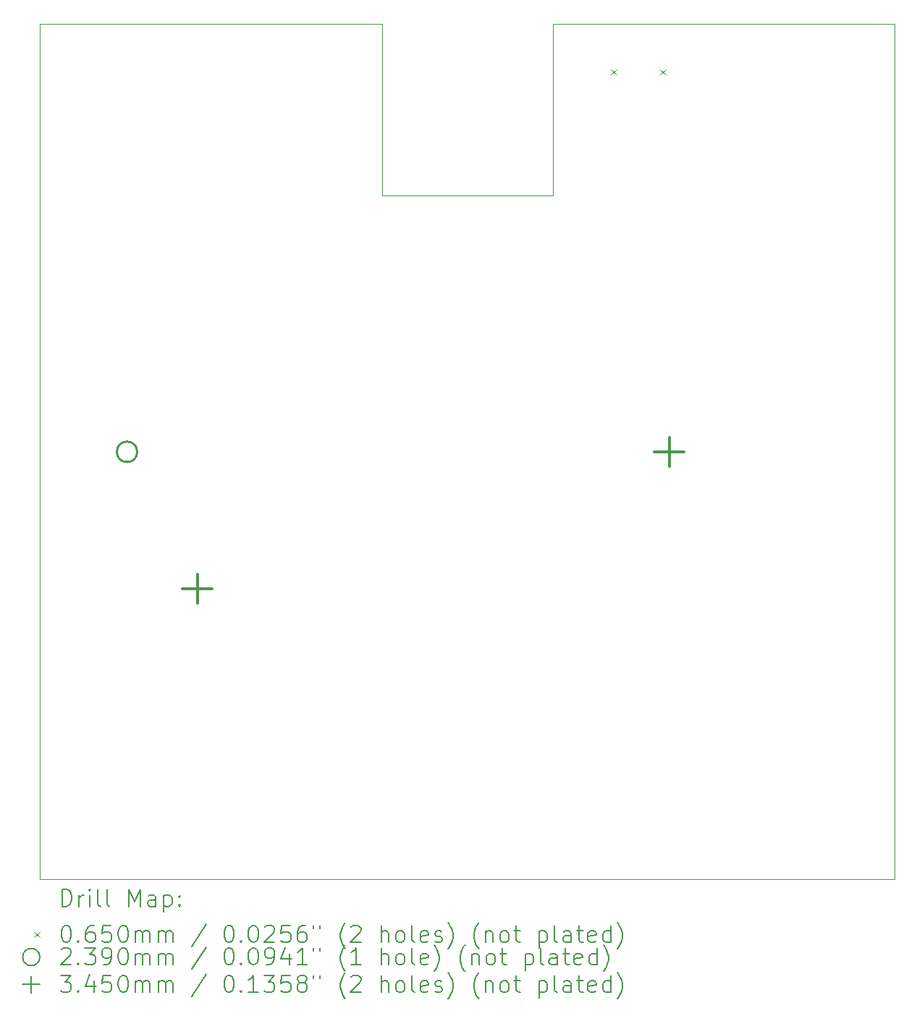
<source format=gbr>
%TF.GenerationSoftware,KiCad,Pcbnew,8.0.4*%
%TF.CreationDate,2025-03-13T03:49:58-05:00*%
%TF.ProjectId,Unify_1,556e6966-795f-4312-9e6b-696361645f70,rev?*%
%TF.SameCoordinates,Original*%
%TF.FileFunction,Drillmap*%
%TF.FilePolarity,Positive*%
%FSLAX45Y45*%
G04 Gerber Fmt 4.5, Leading zero omitted, Abs format (unit mm)*
G04 Created by KiCad (PCBNEW 8.0.4) date 2025-03-13 03:49:58*
%MOMM*%
%LPD*%
G01*
G04 APERTURE LIST*
%ADD10C,0.050000*%
%ADD11C,0.200000*%
%ADD12C,0.100000*%
%ADD13C,0.239000*%
%ADD14C,0.345000*%
G04 APERTURE END LIST*
D10*
X17000000Y-7000000D02*
X19000000Y-7000000D01*
X19000000Y-5000000D01*
X19500000Y-5000000D01*
X23000000Y-5000000D01*
X23000000Y-15000000D01*
X13000000Y-15000000D01*
X13000000Y-5000000D01*
X17000000Y-5000000D01*
X17000000Y-7000000D01*
D11*
D12*
X19678500Y-5528000D02*
X19743500Y-5593000D01*
X19743500Y-5528000D02*
X19678500Y-5593000D01*
X20256500Y-5528000D02*
X20321500Y-5593000D01*
X20321500Y-5528000D02*
X20256500Y-5593000D01*
D13*
X14137500Y-10000000D02*
G75*
G02*
X13898500Y-10000000I-119500J0D01*
G01*
X13898500Y-10000000D02*
G75*
G02*
X14137500Y-10000000I119500J0D01*
G01*
D14*
X14840000Y-11427500D02*
X14840000Y-11772500D01*
X14667500Y-11600000D02*
X15012500Y-11600000D01*
X20360000Y-9827500D02*
X20360000Y-10172500D01*
X20187500Y-10000000D02*
X20532500Y-10000000D01*
D11*
X13258277Y-15313984D02*
X13258277Y-15113984D01*
X13258277Y-15113984D02*
X13305896Y-15113984D01*
X13305896Y-15113984D02*
X13334467Y-15123508D01*
X13334467Y-15123508D02*
X13353515Y-15142555D01*
X13353515Y-15142555D02*
X13363039Y-15161603D01*
X13363039Y-15161603D02*
X13372562Y-15199698D01*
X13372562Y-15199698D02*
X13372562Y-15228269D01*
X13372562Y-15228269D02*
X13363039Y-15266365D01*
X13363039Y-15266365D02*
X13353515Y-15285412D01*
X13353515Y-15285412D02*
X13334467Y-15304460D01*
X13334467Y-15304460D02*
X13305896Y-15313984D01*
X13305896Y-15313984D02*
X13258277Y-15313984D01*
X13458277Y-15313984D02*
X13458277Y-15180650D01*
X13458277Y-15218746D02*
X13467801Y-15199698D01*
X13467801Y-15199698D02*
X13477324Y-15190174D01*
X13477324Y-15190174D02*
X13496372Y-15180650D01*
X13496372Y-15180650D02*
X13515420Y-15180650D01*
X13582086Y-15313984D02*
X13582086Y-15180650D01*
X13582086Y-15113984D02*
X13572562Y-15123508D01*
X13572562Y-15123508D02*
X13582086Y-15133031D01*
X13582086Y-15133031D02*
X13591610Y-15123508D01*
X13591610Y-15123508D02*
X13582086Y-15113984D01*
X13582086Y-15113984D02*
X13582086Y-15133031D01*
X13705896Y-15313984D02*
X13686848Y-15304460D01*
X13686848Y-15304460D02*
X13677324Y-15285412D01*
X13677324Y-15285412D02*
X13677324Y-15113984D01*
X13810658Y-15313984D02*
X13791610Y-15304460D01*
X13791610Y-15304460D02*
X13782086Y-15285412D01*
X13782086Y-15285412D02*
X13782086Y-15113984D01*
X14039229Y-15313984D02*
X14039229Y-15113984D01*
X14039229Y-15113984D02*
X14105896Y-15256841D01*
X14105896Y-15256841D02*
X14172562Y-15113984D01*
X14172562Y-15113984D02*
X14172562Y-15313984D01*
X14353515Y-15313984D02*
X14353515Y-15209222D01*
X14353515Y-15209222D02*
X14343991Y-15190174D01*
X14343991Y-15190174D02*
X14324943Y-15180650D01*
X14324943Y-15180650D02*
X14286848Y-15180650D01*
X14286848Y-15180650D02*
X14267801Y-15190174D01*
X14353515Y-15304460D02*
X14334467Y-15313984D01*
X14334467Y-15313984D02*
X14286848Y-15313984D01*
X14286848Y-15313984D02*
X14267801Y-15304460D01*
X14267801Y-15304460D02*
X14258277Y-15285412D01*
X14258277Y-15285412D02*
X14258277Y-15266365D01*
X14258277Y-15266365D02*
X14267801Y-15247317D01*
X14267801Y-15247317D02*
X14286848Y-15237793D01*
X14286848Y-15237793D02*
X14334467Y-15237793D01*
X14334467Y-15237793D02*
X14353515Y-15228269D01*
X14448753Y-15180650D02*
X14448753Y-15380650D01*
X14448753Y-15190174D02*
X14467801Y-15180650D01*
X14467801Y-15180650D02*
X14505896Y-15180650D01*
X14505896Y-15180650D02*
X14524943Y-15190174D01*
X14524943Y-15190174D02*
X14534467Y-15199698D01*
X14534467Y-15199698D02*
X14543991Y-15218746D01*
X14543991Y-15218746D02*
X14543991Y-15275888D01*
X14543991Y-15275888D02*
X14534467Y-15294936D01*
X14534467Y-15294936D02*
X14524943Y-15304460D01*
X14524943Y-15304460D02*
X14505896Y-15313984D01*
X14505896Y-15313984D02*
X14467801Y-15313984D01*
X14467801Y-15313984D02*
X14448753Y-15304460D01*
X14629705Y-15294936D02*
X14639229Y-15304460D01*
X14639229Y-15304460D02*
X14629705Y-15313984D01*
X14629705Y-15313984D02*
X14620182Y-15304460D01*
X14620182Y-15304460D02*
X14629705Y-15294936D01*
X14629705Y-15294936D02*
X14629705Y-15313984D01*
X14629705Y-15190174D02*
X14639229Y-15199698D01*
X14639229Y-15199698D02*
X14629705Y-15209222D01*
X14629705Y-15209222D02*
X14620182Y-15199698D01*
X14620182Y-15199698D02*
X14629705Y-15190174D01*
X14629705Y-15190174D02*
X14629705Y-15209222D01*
D12*
X12932500Y-15610000D02*
X12997500Y-15675000D01*
X12997500Y-15610000D02*
X12932500Y-15675000D01*
D11*
X13296372Y-15533984D02*
X13315420Y-15533984D01*
X13315420Y-15533984D02*
X13334467Y-15543508D01*
X13334467Y-15543508D02*
X13343991Y-15553031D01*
X13343991Y-15553031D02*
X13353515Y-15572079D01*
X13353515Y-15572079D02*
X13363039Y-15610174D01*
X13363039Y-15610174D02*
X13363039Y-15657793D01*
X13363039Y-15657793D02*
X13353515Y-15695888D01*
X13353515Y-15695888D02*
X13343991Y-15714936D01*
X13343991Y-15714936D02*
X13334467Y-15724460D01*
X13334467Y-15724460D02*
X13315420Y-15733984D01*
X13315420Y-15733984D02*
X13296372Y-15733984D01*
X13296372Y-15733984D02*
X13277324Y-15724460D01*
X13277324Y-15724460D02*
X13267801Y-15714936D01*
X13267801Y-15714936D02*
X13258277Y-15695888D01*
X13258277Y-15695888D02*
X13248753Y-15657793D01*
X13248753Y-15657793D02*
X13248753Y-15610174D01*
X13248753Y-15610174D02*
X13258277Y-15572079D01*
X13258277Y-15572079D02*
X13267801Y-15553031D01*
X13267801Y-15553031D02*
X13277324Y-15543508D01*
X13277324Y-15543508D02*
X13296372Y-15533984D01*
X13448753Y-15714936D02*
X13458277Y-15724460D01*
X13458277Y-15724460D02*
X13448753Y-15733984D01*
X13448753Y-15733984D02*
X13439229Y-15724460D01*
X13439229Y-15724460D02*
X13448753Y-15714936D01*
X13448753Y-15714936D02*
X13448753Y-15733984D01*
X13629705Y-15533984D02*
X13591610Y-15533984D01*
X13591610Y-15533984D02*
X13572562Y-15543508D01*
X13572562Y-15543508D02*
X13563039Y-15553031D01*
X13563039Y-15553031D02*
X13543991Y-15581603D01*
X13543991Y-15581603D02*
X13534467Y-15619698D01*
X13534467Y-15619698D02*
X13534467Y-15695888D01*
X13534467Y-15695888D02*
X13543991Y-15714936D01*
X13543991Y-15714936D02*
X13553515Y-15724460D01*
X13553515Y-15724460D02*
X13572562Y-15733984D01*
X13572562Y-15733984D02*
X13610658Y-15733984D01*
X13610658Y-15733984D02*
X13629705Y-15724460D01*
X13629705Y-15724460D02*
X13639229Y-15714936D01*
X13639229Y-15714936D02*
X13648753Y-15695888D01*
X13648753Y-15695888D02*
X13648753Y-15648269D01*
X13648753Y-15648269D02*
X13639229Y-15629222D01*
X13639229Y-15629222D02*
X13629705Y-15619698D01*
X13629705Y-15619698D02*
X13610658Y-15610174D01*
X13610658Y-15610174D02*
X13572562Y-15610174D01*
X13572562Y-15610174D02*
X13553515Y-15619698D01*
X13553515Y-15619698D02*
X13543991Y-15629222D01*
X13543991Y-15629222D02*
X13534467Y-15648269D01*
X13829705Y-15533984D02*
X13734467Y-15533984D01*
X13734467Y-15533984D02*
X13724943Y-15629222D01*
X13724943Y-15629222D02*
X13734467Y-15619698D01*
X13734467Y-15619698D02*
X13753515Y-15610174D01*
X13753515Y-15610174D02*
X13801134Y-15610174D01*
X13801134Y-15610174D02*
X13820182Y-15619698D01*
X13820182Y-15619698D02*
X13829705Y-15629222D01*
X13829705Y-15629222D02*
X13839229Y-15648269D01*
X13839229Y-15648269D02*
X13839229Y-15695888D01*
X13839229Y-15695888D02*
X13829705Y-15714936D01*
X13829705Y-15714936D02*
X13820182Y-15724460D01*
X13820182Y-15724460D02*
X13801134Y-15733984D01*
X13801134Y-15733984D02*
X13753515Y-15733984D01*
X13753515Y-15733984D02*
X13734467Y-15724460D01*
X13734467Y-15724460D02*
X13724943Y-15714936D01*
X13963039Y-15533984D02*
X13982086Y-15533984D01*
X13982086Y-15533984D02*
X14001134Y-15543508D01*
X14001134Y-15543508D02*
X14010658Y-15553031D01*
X14010658Y-15553031D02*
X14020182Y-15572079D01*
X14020182Y-15572079D02*
X14029705Y-15610174D01*
X14029705Y-15610174D02*
X14029705Y-15657793D01*
X14029705Y-15657793D02*
X14020182Y-15695888D01*
X14020182Y-15695888D02*
X14010658Y-15714936D01*
X14010658Y-15714936D02*
X14001134Y-15724460D01*
X14001134Y-15724460D02*
X13982086Y-15733984D01*
X13982086Y-15733984D02*
X13963039Y-15733984D01*
X13963039Y-15733984D02*
X13943991Y-15724460D01*
X13943991Y-15724460D02*
X13934467Y-15714936D01*
X13934467Y-15714936D02*
X13924943Y-15695888D01*
X13924943Y-15695888D02*
X13915420Y-15657793D01*
X13915420Y-15657793D02*
X13915420Y-15610174D01*
X13915420Y-15610174D02*
X13924943Y-15572079D01*
X13924943Y-15572079D02*
X13934467Y-15553031D01*
X13934467Y-15553031D02*
X13943991Y-15543508D01*
X13943991Y-15543508D02*
X13963039Y-15533984D01*
X14115420Y-15733984D02*
X14115420Y-15600650D01*
X14115420Y-15619698D02*
X14124943Y-15610174D01*
X14124943Y-15610174D02*
X14143991Y-15600650D01*
X14143991Y-15600650D02*
X14172563Y-15600650D01*
X14172563Y-15600650D02*
X14191610Y-15610174D01*
X14191610Y-15610174D02*
X14201134Y-15629222D01*
X14201134Y-15629222D02*
X14201134Y-15733984D01*
X14201134Y-15629222D02*
X14210658Y-15610174D01*
X14210658Y-15610174D02*
X14229705Y-15600650D01*
X14229705Y-15600650D02*
X14258277Y-15600650D01*
X14258277Y-15600650D02*
X14277324Y-15610174D01*
X14277324Y-15610174D02*
X14286848Y-15629222D01*
X14286848Y-15629222D02*
X14286848Y-15733984D01*
X14382086Y-15733984D02*
X14382086Y-15600650D01*
X14382086Y-15619698D02*
X14391610Y-15610174D01*
X14391610Y-15610174D02*
X14410658Y-15600650D01*
X14410658Y-15600650D02*
X14439229Y-15600650D01*
X14439229Y-15600650D02*
X14458277Y-15610174D01*
X14458277Y-15610174D02*
X14467801Y-15629222D01*
X14467801Y-15629222D02*
X14467801Y-15733984D01*
X14467801Y-15629222D02*
X14477324Y-15610174D01*
X14477324Y-15610174D02*
X14496372Y-15600650D01*
X14496372Y-15600650D02*
X14524943Y-15600650D01*
X14524943Y-15600650D02*
X14543991Y-15610174D01*
X14543991Y-15610174D02*
X14553515Y-15629222D01*
X14553515Y-15629222D02*
X14553515Y-15733984D01*
X14943991Y-15524460D02*
X14772563Y-15781603D01*
X15201134Y-15533984D02*
X15220182Y-15533984D01*
X15220182Y-15533984D02*
X15239229Y-15543508D01*
X15239229Y-15543508D02*
X15248753Y-15553031D01*
X15248753Y-15553031D02*
X15258277Y-15572079D01*
X15258277Y-15572079D02*
X15267801Y-15610174D01*
X15267801Y-15610174D02*
X15267801Y-15657793D01*
X15267801Y-15657793D02*
X15258277Y-15695888D01*
X15258277Y-15695888D02*
X15248753Y-15714936D01*
X15248753Y-15714936D02*
X15239229Y-15724460D01*
X15239229Y-15724460D02*
X15220182Y-15733984D01*
X15220182Y-15733984D02*
X15201134Y-15733984D01*
X15201134Y-15733984D02*
X15182086Y-15724460D01*
X15182086Y-15724460D02*
X15172563Y-15714936D01*
X15172563Y-15714936D02*
X15163039Y-15695888D01*
X15163039Y-15695888D02*
X15153515Y-15657793D01*
X15153515Y-15657793D02*
X15153515Y-15610174D01*
X15153515Y-15610174D02*
X15163039Y-15572079D01*
X15163039Y-15572079D02*
X15172563Y-15553031D01*
X15172563Y-15553031D02*
X15182086Y-15543508D01*
X15182086Y-15543508D02*
X15201134Y-15533984D01*
X15353515Y-15714936D02*
X15363039Y-15724460D01*
X15363039Y-15724460D02*
X15353515Y-15733984D01*
X15353515Y-15733984D02*
X15343991Y-15724460D01*
X15343991Y-15724460D02*
X15353515Y-15714936D01*
X15353515Y-15714936D02*
X15353515Y-15733984D01*
X15486848Y-15533984D02*
X15505896Y-15533984D01*
X15505896Y-15533984D02*
X15524944Y-15543508D01*
X15524944Y-15543508D02*
X15534467Y-15553031D01*
X15534467Y-15553031D02*
X15543991Y-15572079D01*
X15543991Y-15572079D02*
X15553515Y-15610174D01*
X15553515Y-15610174D02*
X15553515Y-15657793D01*
X15553515Y-15657793D02*
X15543991Y-15695888D01*
X15543991Y-15695888D02*
X15534467Y-15714936D01*
X15534467Y-15714936D02*
X15524944Y-15724460D01*
X15524944Y-15724460D02*
X15505896Y-15733984D01*
X15505896Y-15733984D02*
X15486848Y-15733984D01*
X15486848Y-15733984D02*
X15467801Y-15724460D01*
X15467801Y-15724460D02*
X15458277Y-15714936D01*
X15458277Y-15714936D02*
X15448753Y-15695888D01*
X15448753Y-15695888D02*
X15439229Y-15657793D01*
X15439229Y-15657793D02*
X15439229Y-15610174D01*
X15439229Y-15610174D02*
X15448753Y-15572079D01*
X15448753Y-15572079D02*
X15458277Y-15553031D01*
X15458277Y-15553031D02*
X15467801Y-15543508D01*
X15467801Y-15543508D02*
X15486848Y-15533984D01*
X15629706Y-15553031D02*
X15639229Y-15543508D01*
X15639229Y-15543508D02*
X15658277Y-15533984D01*
X15658277Y-15533984D02*
X15705896Y-15533984D01*
X15705896Y-15533984D02*
X15724944Y-15543508D01*
X15724944Y-15543508D02*
X15734467Y-15553031D01*
X15734467Y-15553031D02*
X15743991Y-15572079D01*
X15743991Y-15572079D02*
X15743991Y-15591127D01*
X15743991Y-15591127D02*
X15734467Y-15619698D01*
X15734467Y-15619698D02*
X15620182Y-15733984D01*
X15620182Y-15733984D02*
X15743991Y-15733984D01*
X15924944Y-15533984D02*
X15829706Y-15533984D01*
X15829706Y-15533984D02*
X15820182Y-15629222D01*
X15820182Y-15629222D02*
X15829706Y-15619698D01*
X15829706Y-15619698D02*
X15848753Y-15610174D01*
X15848753Y-15610174D02*
X15896372Y-15610174D01*
X15896372Y-15610174D02*
X15915420Y-15619698D01*
X15915420Y-15619698D02*
X15924944Y-15629222D01*
X15924944Y-15629222D02*
X15934467Y-15648269D01*
X15934467Y-15648269D02*
X15934467Y-15695888D01*
X15934467Y-15695888D02*
X15924944Y-15714936D01*
X15924944Y-15714936D02*
X15915420Y-15724460D01*
X15915420Y-15724460D02*
X15896372Y-15733984D01*
X15896372Y-15733984D02*
X15848753Y-15733984D01*
X15848753Y-15733984D02*
X15829706Y-15724460D01*
X15829706Y-15724460D02*
X15820182Y-15714936D01*
X16105896Y-15533984D02*
X16067801Y-15533984D01*
X16067801Y-15533984D02*
X16048753Y-15543508D01*
X16048753Y-15543508D02*
X16039229Y-15553031D01*
X16039229Y-15553031D02*
X16020182Y-15581603D01*
X16020182Y-15581603D02*
X16010658Y-15619698D01*
X16010658Y-15619698D02*
X16010658Y-15695888D01*
X16010658Y-15695888D02*
X16020182Y-15714936D01*
X16020182Y-15714936D02*
X16029706Y-15724460D01*
X16029706Y-15724460D02*
X16048753Y-15733984D01*
X16048753Y-15733984D02*
X16086848Y-15733984D01*
X16086848Y-15733984D02*
X16105896Y-15724460D01*
X16105896Y-15724460D02*
X16115420Y-15714936D01*
X16115420Y-15714936D02*
X16124944Y-15695888D01*
X16124944Y-15695888D02*
X16124944Y-15648269D01*
X16124944Y-15648269D02*
X16115420Y-15629222D01*
X16115420Y-15629222D02*
X16105896Y-15619698D01*
X16105896Y-15619698D02*
X16086848Y-15610174D01*
X16086848Y-15610174D02*
X16048753Y-15610174D01*
X16048753Y-15610174D02*
X16029706Y-15619698D01*
X16029706Y-15619698D02*
X16020182Y-15629222D01*
X16020182Y-15629222D02*
X16010658Y-15648269D01*
X16201134Y-15533984D02*
X16201134Y-15572079D01*
X16277325Y-15533984D02*
X16277325Y-15572079D01*
X16572563Y-15810174D02*
X16563039Y-15800650D01*
X16563039Y-15800650D02*
X16543991Y-15772079D01*
X16543991Y-15772079D02*
X16534468Y-15753031D01*
X16534468Y-15753031D02*
X16524944Y-15724460D01*
X16524944Y-15724460D02*
X16515420Y-15676841D01*
X16515420Y-15676841D02*
X16515420Y-15638746D01*
X16515420Y-15638746D02*
X16524944Y-15591127D01*
X16524944Y-15591127D02*
X16534468Y-15562555D01*
X16534468Y-15562555D02*
X16543991Y-15543508D01*
X16543991Y-15543508D02*
X16563039Y-15514936D01*
X16563039Y-15514936D02*
X16572563Y-15505412D01*
X16639229Y-15553031D02*
X16648753Y-15543508D01*
X16648753Y-15543508D02*
X16667801Y-15533984D01*
X16667801Y-15533984D02*
X16715420Y-15533984D01*
X16715420Y-15533984D02*
X16734468Y-15543508D01*
X16734468Y-15543508D02*
X16743991Y-15553031D01*
X16743991Y-15553031D02*
X16753515Y-15572079D01*
X16753515Y-15572079D02*
X16753515Y-15591127D01*
X16753515Y-15591127D02*
X16743991Y-15619698D01*
X16743991Y-15619698D02*
X16629706Y-15733984D01*
X16629706Y-15733984D02*
X16753515Y-15733984D01*
X16991611Y-15733984D02*
X16991611Y-15533984D01*
X17077325Y-15733984D02*
X17077325Y-15629222D01*
X17077325Y-15629222D02*
X17067801Y-15610174D01*
X17067801Y-15610174D02*
X17048753Y-15600650D01*
X17048753Y-15600650D02*
X17020182Y-15600650D01*
X17020182Y-15600650D02*
X17001134Y-15610174D01*
X17001134Y-15610174D02*
X16991611Y-15619698D01*
X17201134Y-15733984D02*
X17182087Y-15724460D01*
X17182087Y-15724460D02*
X17172563Y-15714936D01*
X17172563Y-15714936D02*
X17163039Y-15695888D01*
X17163039Y-15695888D02*
X17163039Y-15638746D01*
X17163039Y-15638746D02*
X17172563Y-15619698D01*
X17172563Y-15619698D02*
X17182087Y-15610174D01*
X17182087Y-15610174D02*
X17201134Y-15600650D01*
X17201134Y-15600650D02*
X17229706Y-15600650D01*
X17229706Y-15600650D02*
X17248753Y-15610174D01*
X17248753Y-15610174D02*
X17258277Y-15619698D01*
X17258277Y-15619698D02*
X17267801Y-15638746D01*
X17267801Y-15638746D02*
X17267801Y-15695888D01*
X17267801Y-15695888D02*
X17258277Y-15714936D01*
X17258277Y-15714936D02*
X17248753Y-15724460D01*
X17248753Y-15724460D02*
X17229706Y-15733984D01*
X17229706Y-15733984D02*
X17201134Y-15733984D01*
X17382087Y-15733984D02*
X17363039Y-15724460D01*
X17363039Y-15724460D02*
X17353515Y-15705412D01*
X17353515Y-15705412D02*
X17353515Y-15533984D01*
X17534468Y-15724460D02*
X17515420Y-15733984D01*
X17515420Y-15733984D02*
X17477325Y-15733984D01*
X17477325Y-15733984D02*
X17458277Y-15724460D01*
X17458277Y-15724460D02*
X17448753Y-15705412D01*
X17448753Y-15705412D02*
X17448753Y-15629222D01*
X17448753Y-15629222D02*
X17458277Y-15610174D01*
X17458277Y-15610174D02*
X17477325Y-15600650D01*
X17477325Y-15600650D02*
X17515420Y-15600650D01*
X17515420Y-15600650D02*
X17534468Y-15610174D01*
X17534468Y-15610174D02*
X17543992Y-15629222D01*
X17543992Y-15629222D02*
X17543992Y-15648269D01*
X17543992Y-15648269D02*
X17448753Y-15667317D01*
X17620182Y-15724460D02*
X17639230Y-15733984D01*
X17639230Y-15733984D02*
X17677325Y-15733984D01*
X17677325Y-15733984D02*
X17696373Y-15724460D01*
X17696373Y-15724460D02*
X17705896Y-15705412D01*
X17705896Y-15705412D02*
X17705896Y-15695888D01*
X17705896Y-15695888D02*
X17696373Y-15676841D01*
X17696373Y-15676841D02*
X17677325Y-15667317D01*
X17677325Y-15667317D02*
X17648753Y-15667317D01*
X17648753Y-15667317D02*
X17629706Y-15657793D01*
X17629706Y-15657793D02*
X17620182Y-15638746D01*
X17620182Y-15638746D02*
X17620182Y-15629222D01*
X17620182Y-15629222D02*
X17629706Y-15610174D01*
X17629706Y-15610174D02*
X17648753Y-15600650D01*
X17648753Y-15600650D02*
X17677325Y-15600650D01*
X17677325Y-15600650D02*
X17696373Y-15610174D01*
X17772563Y-15810174D02*
X17782087Y-15800650D01*
X17782087Y-15800650D02*
X17801134Y-15772079D01*
X17801134Y-15772079D02*
X17810658Y-15753031D01*
X17810658Y-15753031D02*
X17820182Y-15724460D01*
X17820182Y-15724460D02*
X17829706Y-15676841D01*
X17829706Y-15676841D02*
X17829706Y-15638746D01*
X17829706Y-15638746D02*
X17820182Y-15591127D01*
X17820182Y-15591127D02*
X17810658Y-15562555D01*
X17810658Y-15562555D02*
X17801134Y-15543508D01*
X17801134Y-15543508D02*
X17782087Y-15514936D01*
X17782087Y-15514936D02*
X17772563Y-15505412D01*
X18134468Y-15810174D02*
X18124944Y-15800650D01*
X18124944Y-15800650D02*
X18105896Y-15772079D01*
X18105896Y-15772079D02*
X18096373Y-15753031D01*
X18096373Y-15753031D02*
X18086849Y-15724460D01*
X18086849Y-15724460D02*
X18077325Y-15676841D01*
X18077325Y-15676841D02*
X18077325Y-15638746D01*
X18077325Y-15638746D02*
X18086849Y-15591127D01*
X18086849Y-15591127D02*
X18096373Y-15562555D01*
X18096373Y-15562555D02*
X18105896Y-15543508D01*
X18105896Y-15543508D02*
X18124944Y-15514936D01*
X18124944Y-15514936D02*
X18134468Y-15505412D01*
X18210658Y-15600650D02*
X18210658Y-15733984D01*
X18210658Y-15619698D02*
X18220182Y-15610174D01*
X18220182Y-15610174D02*
X18239230Y-15600650D01*
X18239230Y-15600650D02*
X18267801Y-15600650D01*
X18267801Y-15600650D02*
X18286849Y-15610174D01*
X18286849Y-15610174D02*
X18296373Y-15629222D01*
X18296373Y-15629222D02*
X18296373Y-15733984D01*
X18420182Y-15733984D02*
X18401134Y-15724460D01*
X18401134Y-15724460D02*
X18391611Y-15714936D01*
X18391611Y-15714936D02*
X18382087Y-15695888D01*
X18382087Y-15695888D02*
X18382087Y-15638746D01*
X18382087Y-15638746D02*
X18391611Y-15619698D01*
X18391611Y-15619698D02*
X18401134Y-15610174D01*
X18401134Y-15610174D02*
X18420182Y-15600650D01*
X18420182Y-15600650D02*
X18448754Y-15600650D01*
X18448754Y-15600650D02*
X18467801Y-15610174D01*
X18467801Y-15610174D02*
X18477325Y-15619698D01*
X18477325Y-15619698D02*
X18486849Y-15638746D01*
X18486849Y-15638746D02*
X18486849Y-15695888D01*
X18486849Y-15695888D02*
X18477325Y-15714936D01*
X18477325Y-15714936D02*
X18467801Y-15724460D01*
X18467801Y-15724460D02*
X18448754Y-15733984D01*
X18448754Y-15733984D02*
X18420182Y-15733984D01*
X18543992Y-15600650D02*
X18620182Y-15600650D01*
X18572563Y-15533984D02*
X18572563Y-15705412D01*
X18572563Y-15705412D02*
X18582087Y-15724460D01*
X18582087Y-15724460D02*
X18601134Y-15733984D01*
X18601134Y-15733984D02*
X18620182Y-15733984D01*
X18839230Y-15600650D02*
X18839230Y-15800650D01*
X18839230Y-15610174D02*
X18858277Y-15600650D01*
X18858277Y-15600650D02*
X18896373Y-15600650D01*
X18896373Y-15600650D02*
X18915420Y-15610174D01*
X18915420Y-15610174D02*
X18924944Y-15619698D01*
X18924944Y-15619698D02*
X18934468Y-15638746D01*
X18934468Y-15638746D02*
X18934468Y-15695888D01*
X18934468Y-15695888D02*
X18924944Y-15714936D01*
X18924944Y-15714936D02*
X18915420Y-15724460D01*
X18915420Y-15724460D02*
X18896373Y-15733984D01*
X18896373Y-15733984D02*
X18858277Y-15733984D01*
X18858277Y-15733984D02*
X18839230Y-15724460D01*
X19048754Y-15733984D02*
X19029706Y-15724460D01*
X19029706Y-15724460D02*
X19020182Y-15705412D01*
X19020182Y-15705412D02*
X19020182Y-15533984D01*
X19210658Y-15733984D02*
X19210658Y-15629222D01*
X19210658Y-15629222D02*
X19201135Y-15610174D01*
X19201135Y-15610174D02*
X19182087Y-15600650D01*
X19182087Y-15600650D02*
X19143992Y-15600650D01*
X19143992Y-15600650D02*
X19124944Y-15610174D01*
X19210658Y-15724460D02*
X19191611Y-15733984D01*
X19191611Y-15733984D02*
X19143992Y-15733984D01*
X19143992Y-15733984D02*
X19124944Y-15724460D01*
X19124944Y-15724460D02*
X19115420Y-15705412D01*
X19115420Y-15705412D02*
X19115420Y-15686365D01*
X19115420Y-15686365D02*
X19124944Y-15667317D01*
X19124944Y-15667317D02*
X19143992Y-15657793D01*
X19143992Y-15657793D02*
X19191611Y-15657793D01*
X19191611Y-15657793D02*
X19210658Y-15648269D01*
X19277325Y-15600650D02*
X19353515Y-15600650D01*
X19305896Y-15533984D02*
X19305896Y-15705412D01*
X19305896Y-15705412D02*
X19315420Y-15724460D01*
X19315420Y-15724460D02*
X19334468Y-15733984D01*
X19334468Y-15733984D02*
X19353515Y-15733984D01*
X19496373Y-15724460D02*
X19477325Y-15733984D01*
X19477325Y-15733984D02*
X19439230Y-15733984D01*
X19439230Y-15733984D02*
X19420182Y-15724460D01*
X19420182Y-15724460D02*
X19410658Y-15705412D01*
X19410658Y-15705412D02*
X19410658Y-15629222D01*
X19410658Y-15629222D02*
X19420182Y-15610174D01*
X19420182Y-15610174D02*
X19439230Y-15600650D01*
X19439230Y-15600650D02*
X19477325Y-15600650D01*
X19477325Y-15600650D02*
X19496373Y-15610174D01*
X19496373Y-15610174D02*
X19505896Y-15629222D01*
X19505896Y-15629222D02*
X19505896Y-15648269D01*
X19505896Y-15648269D02*
X19410658Y-15667317D01*
X19677325Y-15733984D02*
X19677325Y-15533984D01*
X19677325Y-15724460D02*
X19658277Y-15733984D01*
X19658277Y-15733984D02*
X19620182Y-15733984D01*
X19620182Y-15733984D02*
X19601135Y-15724460D01*
X19601135Y-15724460D02*
X19591611Y-15714936D01*
X19591611Y-15714936D02*
X19582087Y-15695888D01*
X19582087Y-15695888D02*
X19582087Y-15638746D01*
X19582087Y-15638746D02*
X19591611Y-15619698D01*
X19591611Y-15619698D02*
X19601135Y-15610174D01*
X19601135Y-15610174D02*
X19620182Y-15600650D01*
X19620182Y-15600650D02*
X19658277Y-15600650D01*
X19658277Y-15600650D02*
X19677325Y-15610174D01*
X19753516Y-15810174D02*
X19763039Y-15800650D01*
X19763039Y-15800650D02*
X19782087Y-15772079D01*
X19782087Y-15772079D02*
X19791611Y-15753031D01*
X19791611Y-15753031D02*
X19801135Y-15724460D01*
X19801135Y-15724460D02*
X19810658Y-15676841D01*
X19810658Y-15676841D02*
X19810658Y-15638746D01*
X19810658Y-15638746D02*
X19801135Y-15591127D01*
X19801135Y-15591127D02*
X19791611Y-15562555D01*
X19791611Y-15562555D02*
X19782087Y-15543508D01*
X19782087Y-15543508D02*
X19763039Y-15514936D01*
X19763039Y-15514936D02*
X19753516Y-15505412D01*
X12997500Y-15906500D02*
G75*
G02*
X12797500Y-15906500I-100000J0D01*
G01*
X12797500Y-15906500D02*
G75*
G02*
X12997500Y-15906500I100000J0D01*
G01*
X13248753Y-15817031D02*
X13258277Y-15807508D01*
X13258277Y-15807508D02*
X13277324Y-15797984D01*
X13277324Y-15797984D02*
X13324943Y-15797984D01*
X13324943Y-15797984D02*
X13343991Y-15807508D01*
X13343991Y-15807508D02*
X13353515Y-15817031D01*
X13353515Y-15817031D02*
X13363039Y-15836079D01*
X13363039Y-15836079D02*
X13363039Y-15855127D01*
X13363039Y-15855127D02*
X13353515Y-15883698D01*
X13353515Y-15883698D02*
X13239229Y-15997984D01*
X13239229Y-15997984D02*
X13363039Y-15997984D01*
X13448753Y-15978936D02*
X13458277Y-15988460D01*
X13458277Y-15988460D02*
X13448753Y-15997984D01*
X13448753Y-15997984D02*
X13439229Y-15988460D01*
X13439229Y-15988460D02*
X13448753Y-15978936D01*
X13448753Y-15978936D02*
X13448753Y-15997984D01*
X13524943Y-15797984D02*
X13648753Y-15797984D01*
X13648753Y-15797984D02*
X13582086Y-15874174D01*
X13582086Y-15874174D02*
X13610658Y-15874174D01*
X13610658Y-15874174D02*
X13629705Y-15883698D01*
X13629705Y-15883698D02*
X13639229Y-15893222D01*
X13639229Y-15893222D02*
X13648753Y-15912269D01*
X13648753Y-15912269D02*
X13648753Y-15959888D01*
X13648753Y-15959888D02*
X13639229Y-15978936D01*
X13639229Y-15978936D02*
X13629705Y-15988460D01*
X13629705Y-15988460D02*
X13610658Y-15997984D01*
X13610658Y-15997984D02*
X13553515Y-15997984D01*
X13553515Y-15997984D02*
X13534467Y-15988460D01*
X13534467Y-15988460D02*
X13524943Y-15978936D01*
X13743991Y-15997984D02*
X13782086Y-15997984D01*
X13782086Y-15997984D02*
X13801134Y-15988460D01*
X13801134Y-15988460D02*
X13810658Y-15978936D01*
X13810658Y-15978936D02*
X13829705Y-15950365D01*
X13829705Y-15950365D02*
X13839229Y-15912269D01*
X13839229Y-15912269D02*
X13839229Y-15836079D01*
X13839229Y-15836079D02*
X13829705Y-15817031D01*
X13829705Y-15817031D02*
X13820182Y-15807508D01*
X13820182Y-15807508D02*
X13801134Y-15797984D01*
X13801134Y-15797984D02*
X13763039Y-15797984D01*
X13763039Y-15797984D02*
X13743991Y-15807508D01*
X13743991Y-15807508D02*
X13734467Y-15817031D01*
X13734467Y-15817031D02*
X13724943Y-15836079D01*
X13724943Y-15836079D02*
X13724943Y-15883698D01*
X13724943Y-15883698D02*
X13734467Y-15902746D01*
X13734467Y-15902746D02*
X13743991Y-15912269D01*
X13743991Y-15912269D02*
X13763039Y-15921793D01*
X13763039Y-15921793D02*
X13801134Y-15921793D01*
X13801134Y-15921793D02*
X13820182Y-15912269D01*
X13820182Y-15912269D02*
X13829705Y-15902746D01*
X13829705Y-15902746D02*
X13839229Y-15883698D01*
X13963039Y-15797984D02*
X13982086Y-15797984D01*
X13982086Y-15797984D02*
X14001134Y-15807508D01*
X14001134Y-15807508D02*
X14010658Y-15817031D01*
X14010658Y-15817031D02*
X14020182Y-15836079D01*
X14020182Y-15836079D02*
X14029705Y-15874174D01*
X14029705Y-15874174D02*
X14029705Y-15921793D01*
X14029705Y-15921793D02*
X14020182Y-15959888D01*
X14020182Y-15959888D02*
X14010658Y-15978936D01*
X14010658Y-15978936D02*
X14001134Y-15988460D01*
X14001134Y-15988460D02*
X13982086Y-15997984D01*
X13982086Y-15997984D02*
X13963039Y-15997984D01*
X13963039Y-15997984D02*
X13943991Y-15988460D01*
X13943991Y-15988460D02*
X13934467Y-15978936D01*
X13934467Y-15978936D02*
X13924943Y-15959888D01*
X13924943Y-15959888D02*
X13915420Y-15921793D01*
X13915420Y-15921793D02*
X13915420Y-15874174D01*
X13915420Y-15874174D02*
X13924943Y-15836079D01*
X13924943Y-15836079D02*
X13934467Y-15817031D01*
X13934467Y-15817031D02*
X13943991Y-15807508D01*
X13943991Y-15807508D02*
X13963039Y-15797984D01*
X14115420Y-15997984D02*
X14115420Y-15864650D01*
X14115420Y-15883698D02*
X14124943Y-15874174D01*
X14124943Y-15874174D02*
X14143991Y-15864650D01*
X14143991Y-15864650D02*
X14172563Y-15864650D01*
X14172563Y-15864650D02*
X14191610Y-15874174D01*
X14191610Y-15874174D02*
X14201134Y-15893222D01*
X14201134Y-15893222D02*
X14201134Y-15997984D01*
X14201134Y-15893222D02*
X14210658Y-15874174D01*
X14210658Y-15874174D02*
X14229705Y-15864650D01*
X14229705Y-15864650D02*
X14258277Y-15864650D01*
X14258277Y-15864650D02*
X14277324Y-15874174D01*
X14277324Y-15874174D02*
X14286848Y-15893222D01*
X14286848Y-15893222D02*
X14286848Y-15997984D01*
X14382086Y-15997984D02*
X14382086Y-15864650D01*
X14382086Y-15883698D02*
X14391610Y-15874174D01*
X14391610Y-15874174D02*
X14410658Y-15864650D01*
X14410658Y-15864650D02*
X14439229Y-15864650D01*
X14439229Y-15864650D02*
X14458277Y-15874174D01*
X14458277Y-15874174D02*
X14467801Y-15893222D01*
X14467801Y-15893222D02*
X14467801Y-15997984D01*
X14467801Y-15893222D02*
X14477324Y-15874174D01*
X14477324Y-15874174D02*
X14496372Y-15864650D01*
X14496372Y-15864650D02*
X14524943Y-15864650D01*
X14524943Y-15864650D02*
X14543991Y-15874174D01*
X14543991Y-15874174D02*
X14553515Y-15893222D01*
X14553515Y-15893222D02*
X14553515Y-15997984D01*
X14943991Y-15788460D02*
X14772563Y-16045603D01*
X15201134Y-15797984D02*
X15220182Y-15797984D01*
X15220182Y-15797984D02*
X15239229Y-15807508D01*
X15239229Y-15807508D02*
X15248753Y-15817031D01*
X15248753Y-15817031D02*
X15258277Y-15836079D01*
X15258277Y-15836079D02*
X15267801Y-15874174D01*
X15267801Y-15874174D02*
X15267801Y-15921793D01*
X15267801Y-15921793D02*
X15258277Y-15959888D01*
X15258277Y-15959888D02*
X15248753Y-15978936D01*
X15248753Y-15978936D02*
X15239229Y-15988460D01*
X15239229Y-15988460D02*
X15220182Y-15997984D01*
X15220182Y-15997984D02*
X15201134Y-15997984D01*
X15201134Y-15997984D02*
X15182086Y-15988460D01*
X15182086Y-15988460D02*
X15172563Y-15978936D01*
X15172563Y-15978936D02*
X15163039Y-15959888D01*
X15163039Y-15959888D02*
X15153515Y-15921793D01*
X15153515Y-15921793D02*
X15153515Y-15874174D01*
X15153515Y-15874174D02*
X15163039Y-15836079D01*
X15163039Y-15836079D02*
X15172563Y-15817031D01*
X15172563Y-15817031D02*
X15182086Y-15807508D01*
X15182086Y-15807508D02*
X15201134Y-15797984D01*
X15353515Y-15978936D02*
X15363039Y-15988460D01*
X15363039Y-15988460D02*
X15353515Y-15997984D01*
X15353515Y-15997984D02*
X15343991Y-15988460D01*
X15343991Y-15988460D02*
X15353515Y-15978936D01*
X15353515Y-15978936D02*
X15353515Y-15997984D01*
X15486848Y-15797984D02*
X15505896Y-15797984D01*
X15505896Y-15797984D02*
X15524944Y-15807508D01*
X15524944Y-15807508D02*
X15534467Y-15817031D01*
X15534467Y-15817031D02*
X15543991Y-15836079D01*
X15543991Y-15836079D02*
X15553515Y-15874174D01*
X15553515Y-15874174D02*
X15553515Y-15921793D01*
X15553515Y-15921793D02*
X15543991Y-15959888D01*
X15543991Y-15959888D02*
X15534467Y-15978936D01*
X15534467Y-15978936D02*
X15524944Y-15988460D01*
X15524944Y-15988460D02*
X15505896Y-15997984D01*
X15505896Y-15997984D02*
X15486848Y-15997984D01*
X15486848Y-15997984D02*
X15467801Y-15988460D01*
X15467801Y-15988460D02*
X15458277Y-15978936D01*
X15458277Y-15978936D02*
X15448753Y-15959888D01*
X15448753Y-15959888D02*
X15439229Y-15921793D01*
X15439229Y-15921793D02*
X15439229Y-15874174D01*
X15439229Y-15874174D02*
X15448753Y-15836079D01*
X15448753Y-15836079D02*
X15458277Y-15817031D01*
X15458277Y-15817031D02*
X15467801Y-15807508D01*
X15467801Y-15807508D02*
X15486848Y-15797984D01*
X15648753Y-15997984D02*
X15686848Y-15997984D01*
X15686848Y-15997984D02*
X15705896Y-15988460D01*
X15705896Y-15988460D02*
X15715420Y-15978936D01*
X15715420Y-15978936D02*
X15734467Y-15950365D01*
X15734467Y-15950365D02*
X15743991Y-15912269D01*
X15743991Y-15912269D02*
X15743991Y-15836079D01*
X15743991Y-15836079D02*
X15734467Y-15817031D01*
X15734467Y-15817031D02*
X15724944Y-15807508D01*
X15724944Y-15807508D02*
X15705896Y-15797984D01*
X15705896Y-15797984D02*
X15667801Y-15797984D01*
X15667801Y-15797984D02*
X15648753Y-15807508D01*
X15648753Y-15807508D02*
X15639229Y-15817031D01*
X15639229Y-15817031D02*
X15629706Y-15836079D01*
X15629706Y-15836079D02*
X15629706Y-15883698D01*
X15629706Y-15883698D02*
X15639229Y-15902746D01*
X15639229Y-15902746D02*
X15648753Y-15912269D01*
X15648753Y-15912269D02*
X15667801Y-15921793D01*
X15667801Y-15921793D02*
X15705896Y-15921793D01*
X15705896Y-15921793D02*
X15724944Y-15912269D01*
X15724944Y-15912269D02*
X15734467Y-15902746D01*
X15734467Y-15902746D02*
X15743991Y-15883698D01*
X15915420Y-15864650D02*
X15915420Y-15997984D01*
X15867801Y-15788460D02*
X15820182Y-15931317D01*
X15820182Y-15931317D02*
X15943991Y-15931317D01*
X16124944Y-15997984D02*
X16010658Y-15997984D01*
X16067801Y-15997984D02*
X16067801Y-15797984D01*
X16067801Y-15797984D02*
X16048753Y-15826555D01*
X16048753Y-15826555D02*
X16029706Y-15845603D01*
X16029706Y-15845603D02*
X16010658Y-15855127D01*
X16201134Y-15797984D02*
X16201134Y-15836079D01*
X16277325Y-15797984D02*
X16277325Y-15836079D01*
X16572563Y-16074174D02*
X16563039Y-16064650D01*
X16563039Y-16064650D02*
X16543991Y-16036079D01*
X16543991Y-16036079D02*
X16534468Y-16017031D01*
X16534468Y-16017031D02*
X16524944Y-15988460D01*
X16524944Y-15988460D02*
X16515420Y-15940841D01*
X16515420Y-15940841D02*
X16515420Y-15902746D01*
X16515420Y-15902746D02*
X16524944Y-15855127D01*
X16524944Y-15855127D02*
X16534468Y-15826555D01*
X16534468Y-15826555D02*
X16543991Y-15807508D01*
X16543991Y-15807508D02*
X16563039Y-15778936D01*
X16563039Y-15778936D02*
X16572563Y-15769412D01*
X16753515Y-15997984D02*
X16639229Y-15997984D01*
X16696372Y-15997984D02*
X16696372Y-15797984D01*
X16696372Y-15797984D02*
X16677325Y-15826555D01*
X16677325Y-15826555D02*
X16658277Y-15845603D01*
X16658277Y-15845603D02*
X16639229Y-15855127D01*
X16991611Y-15997984D02*
X16991611Y-15797984D01*
X17077325Y-15997984D02*
X17077325Y-15893222D01*
X17077325Y-15893222D02*
X17067801Y-15874174D01*
X17067801Y-15874174D02*
X17048753Y-15864650D01*
X17048753Y-15864650D02*
X17020182Y-15864650D01*
X17020182Y-15864650D02*
X17001134Y-15874174D01*
X17001134Y-15874174D02*
X16991611Y-15883698D01*
X17201134Y-15997984D02*
X17182087Y-15988460D01*
X17182087Y-15988460D02*
X17172563Y-15978936D01*
X17172563Y-15978936D02*
X17163039Y-15959888D01*
X17163039Y-15959888D02*
X17163039Y-15902746D01*
X17163039Y-15902746D02*
X17172563Y-15883698D01*
X17172563Y-15883698D02*
X17182087Y-15874174D01*
X17182087Y-15874174D02*
X17201134Y-15864650D01*
X17201134Y-15864650D02*
X17229706Y-15864650D01*
X17229706Y-15864650D02*
X17248753Y-15874174D01*
X17248753Y-15874174D02*
X17258277Y-15883698D01*
X17258277Y-15883698D02*
X17267801Y-15902746D01*
X17267801Y-15902746D02*
X17267801Y-15959888D01*
X17267801Y-15959888D02*
X17258277Y-15978936D01*
X17258277Y-15978936D02*
X17248753Y-15988460D01*
X17248753Y-15988460D02*
X17229706Y-15997984D01*
X17229706Y-15997984D02*
X17201134Y-15997984D01*
X17382087Y-15997984D02*
X17363039Y-15988460D01*
X17363039Y-15988460D02*
X17353515Y-15969412D01*
X17353515Y-15969412D02*
X17353515Y-15797984D01*
X17534468Y-15988460D02*
X17515420Y-15997984D01*
X17515420Y-15997984D02*
X17477325Y-15997984D01*
X17477325Y-15997984D02*
X17458277Y-15988460D01*
X17458277Y-15988460D02*
X17448753Y-15969412D01*
X17448753Y-15969412D02*
X17448753Y-15893222D01*
X17448753Y-15893222D02*
X17458277Y-15874174D01*
X17458277Y-15874174D02*
X17477325Y-15864650D01*
X17477325Y-15864650D02*
X17515420Y-15864650D01*
X17515420Y-15864650D02*
X17534468Y-15874174D01*
X17534468Y-15874174D02*
X17543992Y-15893222D01*
X17543992Y-15893222D02*
X17543992Y-15912269D01*
X17543992Y-15912269D02*
X17448753Y-15931317D01*
X17610658Y-16074174D02*
X17620182Y-16064650D01*
X17620182Y-16064650D02*
X17639230Y-16036079D01*
X17639230Y-16036079D02*
X17648753Y-16017031D01*
X17648753Y-16017031D02*
X17658277Y-15988460D01*
X17658277Y-15988460D02*
X17667801Y-15940841D01*
X17667801Y-15940841D02*
X17667801Y-15902746D01*
X17667801Y-15902746D02*
X17658277Y-15855127D01*
X17658277Y-15855127D02*
X17648753Y-15826555D01*
X17648753Y-15826555D02*
X17639230Y-15807508D01*
X17639230Y-15807508D02*
X17620182Y-15778936D01*
X17620182Y-15778936D02*
X17610658Y-15769412D01*
X17972563Y-16074174D02*
X17963039Y-16064650D01*
X17963039Y-16064650D02*
X17943992Y-16036079D01*
X17943992Y-16036079D02*
X17934468Y-16017031D01*
X17934468Y-16017031D02*
X17924944Y-15988460D01*
X17924944Y-15988460D02*
X17915420Y-15940841D01*
X17915420Y-15940841D02*
X17915420Y-15902746D01*
X17915420Y-15902746D02*
X17924944Y-15855127D01*
X17924944Y-15855127D02*
X17934468Y-15826555D01*
X17934468Y-15826555D02*
X17943992Y-15807508D01*
X17943992Y-15807508D02*
X17963039Y-15778936D01*
X17963039Y-15778936D02*
X17972563Y-15769412D01*
X18048753Y-15864650D02*
X18048753Y-15997984D01*
X18048753Y-15883698D02*
X18058277Y-15874174D01*
X18058277Y-15874174D02*
X18077325Y-15864650D01*
X18077325Y-15864650D02*
X18105896Y-15864650D01*
X18105896Y-15864650D02*
X18124944Y-15874174D01*
X18124944Y-15874174D02*
X18134468Y-15893222D01*
X18134468Y-15893222D02*
X18134468Y-15997984D01*
X18258277Y-15997984D02*
X18239230Y-15988460D01*
X18239230Y-15988460D02*
X18229706Y-15978936D01*
X18229706Y-15978936D02*
X18220182Y-15959888D01*
X18220182Y-15959888D02*
X18220182Y-15902746D01*
X18220182Y-15902746D02*
X18229706Y-15883698D01*
X18229706Y-15883698D02*
X18239230Y-15874174D01*
X18239230Y-15874174D02*
X18258277Y-15864650D01*
X18258277Y-15864650D02*
X18286849Y-15864650D01*
X18286849Y-15864650D02*
X18305896Y-15874174D01*
X18305896Y-15874174D02*
X18315420Y-15883698D01*
X18315420Y-15883698D02*
X18324944Y-15902746D01*
X18324944Y-15902746D02*
X18324944Y-15959888D01*
X18324944Y-15959888D02*
X18315420Y-15978936D01*
X18315420Y-15978936D02*
X18305896Y-15988460D01*
X18305896Y-15988460D02*
X18286849Y-15997984D01*
X18286849Y-15997984D02*
X18258277Y-15997984D01*
X18382087Y-15864650D02*
X18458277Y-15864650D01*
X18410658Y-15797984D02*
X18410658Y-15969412D01*
X18410658Y-15969412D02*
X18420182Y-15988460D01*
X18420182Y-15988460D02*
X18439230Y-15997984D01*
X18439230Y-15997984D02*
X18458277Y-15997984D01*
X18677325Y-15864650D02*
X18677325Y-16064650D01*
X18677325Y-15874174D02*
X18696373Y-15864650D01*
X18696373Y-15864650D02*
X18734468Y-15864650D01*
X18734468Y-15864650D02*
X18753515Y-15874174D01*
X18753515Y-15874174D02*
X18763039Y-15883698D01*
X18763039Y-15883698D02*
X18772563Y-15902746D01*
X18772563Y-15902746D02*
X18772563Y-15959888D01*
X18772563Y-15959888D02*
X18763039Y-15978936D01*
X18763039Y-15978936D02*
X18753515Y-15988460D01*
X18753515Y-15988460D02*
X18734468Y-15997984D01*
X18734468Y-15997984D02*
X18696373Y-15997984D01*
X18696373Y-15997984D02*
X18677325Y-15988460D01*
X18886849Y-15997984D02*
X18867801Y-15988460D01*
X18867801Y-15988460D02*
X18858277Y-15969412D01*
X18858277Y-15969412D02*
X18858277Y-15797984D01*
X19048754Y-15997984D02*
X19048754Y-15893222D01*
X19048754Y-15893222D02*
X19039230Y-15874174D01*
X19039230Y-15874174D02*
X19020182Y-15864650D01*
X19020182Y-15864650D02*
X18982087Y-15864650D01*
X18982087Y-15864650D02*
X18963039Y-15874174D01*
X19048754Y-15988460D02*
X19029706Y-15997984D01*
X19029706Y-15997984D02*
X18982087Y-15997984D01*
X18982087Y-15997984D02*
X18963039Y-15988460D01*
X18963039Y-15988460D02*
X18953515Y-15969412D01*
X18953515Y-15969412D02*
X18953515Y-15950365D01*
X18953515Y-15950365D02*
X18963039Y-15931317D01*
X18963039Y-15931317D02*
X18982087Y-15921793D01*
X18982087Y-15921793D02*
X19029706Y-15921793D01*
X19029706Y-15921793D02*
X19048754Y-15912269D01*
X19115420Y-15864650D02*
X19191611Y-15864650D01*
X19143992Y-15797984D02*
X19143992Y-15969412D01*
X19143992Y-15969412D02*
X19153515Y-15988460D01*
X19153515Y-15988460D02*
X19172563Y-15997984D01*
X19172563Y-15997984D02*
X19191611Y-15997984D01*
X19334468Y-15988460D02*
X19315420Y-15997984D01*
X19315420Y-15997984D02*
X19277325Y-15997984D01*
X19277325Y-15997984D02*
X19258277Y-15988460D01*
X19258277Y-15988460D02*
X19248754Y-15969412D01*
X19248754Y-15969412D02*
X19248754Y-15893222D01*
X19248754Y-15893222D02*
X19258277Y-15874174D01*
X19258277Y-15874174D02*
X19277325Y-15864650D01*
X19277325Y-15864650D02*
X19315420Y-15864650D01*
X19315420Y-15864650D02*
X19334468Y-15874174D01*
X19334468Y-15874174D02*
X19343992Y-15893222D01*
X19343992Y-15893222D02*
X19343992Y-15912269D01*
X19343992Y-15912269D02*
X19248754Y-15931317D01*
X19515420Y-15997984D02*
X19515420Y-15797984D01*
X19515420Y-15988460D02*
X19496373Y-15997984D01*
X19496373Y-15997984D02*
X19458277Y-15997984D01*
X19458277Y-15997984D02*
X19439230Y-15988460D01*
X19439230Y-15988460D02*
X19429706Y-15978936D01*
X19429706Y-15978936D02*
X19420182Y-15959888D01*
X19420182Y-15959888D02*
X19420182Y-15902746D01*
X19420182Y-15902746D02*
X19429706Y-15883698D01*
X19429706Y-15883698D02*
X19439230Y-15874174D01*
X19439230Y-15874174D02*
X19458277Y-15864650D01*
X19458277Y-15864650D02*
X19496373Y-15864650D01*
X19496373Y-15864650D02*
X19515420Y-15874174D01*
X19591611Y-16074174D02*
X19601135Y-16064650D01*
X19601135Y-16064650D02*
X19620182Y-16036079D01*
X19620182Y-16036079D02*
X19629706Y-16017031D01*
X19629706Y-16017031D02*
X19639230Y-15988460D01*
X19639230Y-15988460D02*
X19648754Y-15940841D01*
X19648754Y-15940841D02*
X19648754Y-15902746D01*
X19648754Y-15902746D02*
X19639230Y-15855127D01*
X19639230Y-15855127D02*
X19629706Y-15826555D01*
X19629706Y-15826555D02*
X19620182Y-15807508D01*
X19620182Y-15807508D02*
X19601135Y-15778936D01*
X19601135Y-15778936D02*
X19591611Y-15769412D01*
X12897500Y-16126500D02*
X12897500Y-16326500D01*
X12797500Y-16226500D02*
X12997500Y-16226500D01*
X13239229Y-16117984D02*
X13363039Y-16117984D01*
X13363039Y-16117984D02*
X13296372Y-16194174D01*
X13296372Y-16194174D02*
X13324943Y-16194174D01*
X13324943Y-16194174D02*
X13343991Y-16203698D01*
X13343991Y-16203698D02*
X13353515Y-16213222D01*
X13353515Y-16213222D02*
X13363039Y-16232269D01*
X13363039Y-16232269D02*
X13363039Y-16279888D01*
X13363039Y-16279888D02*
X13353515Y-16298936D01*
X13353515Y-16298936D02*
X13343991Y-16308460D01*
X13343991Y-16308460D02*
X13324943Y-16317984D01*
X13324943Y-16317984D02*
X13267801Y-16317984D01*
X13267801Y-16317984D02*
X13248753Y-16308460D01*
X13248753Y-16308460D02*
X13239229Y-16298936D01*
X13448753Y-16298936D02*
X13458277Y-16308460D01*
X13458277Y-16308460D02*
X13448753Y-16317984D01*
X13448753Y-16317984D02*
X13439229Y-16308460D01*
X13439229Y-16308460D02*
X13448753Y-16298936D01*
X13448753Y-16298936D02*
X13448753Y-16317984D01*
X13629705Y-16184650D02*
X13629705Y-16317984D01*
X13582086Y-16108460D02*
X13534467Y-16251317D01*
X13534467Y-16251317D02*
X13658277Y-16251317D01*
X13829705Y-16117984D02*
X13734467Y-16117984D01*
X13734467Y-16117984D02*
X13724943Y-16213222D01*
X13724943Y-16213222D02*
X13734467Y-16203698D01*
X13734467Y-16203698D02*
X13753515Y-16194174D01*
X13753515Y-16194174D02*
X13801134Y-16194174D01*
X13801134Y-16194174D02*
X13820182Y-16203698D01*
X13820182Y-16203698D02*
X13829705Y-16213222D01*
X13829705Y-16213222D02*
X13839229Y-16232269D01*
X13839229Y-16232269D02*
X13839229Y-16279888D01*
X13839229Y-16279888D02*
X13829705Y-16298936D01*
X13829705Y-16298936D02*
X13820182Y-16308460D01*
X13820182Y-16308460D02*
X13801134Y-16317984D01*
X13801134Y-16317984D02*
X13753515Y-16317984D01*
X13753515Y-16317984D02*
X13734467Y-16308460D01*
X13734467Y-16308460D02*
X13724943Y-16298936D01*
X13963039Y-16117984D02*
X13982086Y-16117984D01*
X13982086Y-16117984D02*
X14001134Y-16127508D01*
X14001134Y-16127508D02*
X14010658Y-16137031D01*
X14010658Y-16137031D02*
X14020182Y-16156079D01*
X14020182Y-16156079D02*
X14029705Y-16194174D01*
X14029705Y-16194174D02*
X14029705Y-16241793D01*
X14029705Y-16241793D02*
X14020182Y-16279888D01*
X14020182Y-16279888D02*
X14010658Y-16298936D01*
X14010658Y-16298936D02*
X14001134Y-16308460D01*
X14001134Y-16308460D02*
X13982086Y-16317984D01*
X13982086Y-16317984D02*
X13963039Y-16317984D01*
X13963039Y-16317984D02*
X13943991Y-16308460D01*
X13943991Y-16308460D02*
X13934467Y-16298936D01*
X13934467Y-16298936D02*
X13924943Y-16279888D01*
X13924943Y-16279888D02*
X13915420Y-16241793D01*
X13915420Y-16241793D02*
X13915420Y-16194174D01*
X13915420Y-16194174D02*
X13924943Y-16156079D01*
X13924943Y-16156079D02*
X13934467Y-16137031D01*
X13934467Y-16137031D02*
X13943991Y-16127508D01*
X13943991Y-16127508D02*
X13963039Y-16117984D01*
X14115420Y-16317984D02*
X14115420Y-16184650D01*
X14115420Y-16203698D02*
X14124943Y-16194174D01*
X14124943Y-16194174D02*
X14143991Y-16184650D01*
X14143991Y-16184650D02*
X14172563Y-16184650D01*
X14172563Y-16184650D02*
X14191610Y-16194174D01*
X14191610Y-16194174D02*
X14201134Y-16213222D01*
X14201134Y-16213222D02*
X14201134Y-16317984D01*
X14201134Y-16213222D02*
X14210658Y-16194174D01*
X14210658Y-16194174D02*
X14229705Y-16184650D01*
X14229705Y-16184650D02*
X14258277Y-16184650D01*
X14258277Y-16184650D02*
X14277324Y-16194174D01*
X14277324Y-16194174D02*
X14286848Y-16213222D01*
X14286848Y-16213222D02*
X14286848Y-16317984D01*
X14382086Y-16317984D02*
X14382086Y-16184650D01*
X14382086Y-16203698D02*
X14391610Y-16194174D01*
X14391610Y-16194174D02*
X14410658Y-16184650D01*
X14410658Y-16184650D02*
X14439229Y-16184650D01*
X14439229Y-16184650D02*
X14458277Y-16194174D01*
X14458277Y-16194174D02*
X14467801Y-16213222D01*
X14467801Y-16213222D02*
X14467801Y-16317984D01*
X14467801Y-16213222D02*
X14477324Y-16194174D01*
X14477324Y-16194174D02*
X14496372Y-16184650D01*
X14496372Y-16184650D02*
X14524943Y-16184650D01*
X14524943Y-16184650D02*
X14543991Y-16194174D01*
X14543991Y-16194174D02*
X14553515Y-16213222D01*
X14553515Y-16213222D02*
X14553515Y-16317984D01*
X14943991Y-16108460D02*
X14772563Y-16365603D01*
X15201134Y-16117984D02*
X15220182Y-16117984D01*
X15220182Y-16117984D02*
X15239229Y-16127508D01*
X15239229Y-16127508D02*
X15248753Y-16137031D01*
X15248753Y-16137031D02*
X15258277Y-16156079D01*
X15258277Y-16156079D02*
X15267801Y-16194174D01*
X15267801Y-16194174D02*
X15267801Y-16241793D01*
X15267801Y-16241793D02*
X15258277Y-16279888D01*
X15258277Y-16279888D02*
X15248753Y-16298936D01*
X15248753Y-16298936D02*
X15239229Y-16308460D01*
X15239229Y-16308460D02*
X15220182Y-16317984D01*
X15220182Y-16317984D02*
X15201134Y-16317984D01*
X15201134Y-16317984D02*
X15182086Y-16308460D01*
X15182086Y-16308460D02*
X15172563Y-16298936D01*
X15172563Y-16298936D02*
X15163039Y-16279888D01*
X15163039Y-16279888D02*
X15153515Y-16241793D01*
X15153515Y-16241793D02*
X15153515Y-16194174D01*
X15153515Y-16194174D02*
X15163039Y-16156079D01*
X15163039Y-16156079D02*
X15172563Y-16137031D01*
X15172563Y-16137031D02*
X15182086Y-16127508D01*
X15182086Y-16127508D02*
X15201134Y-16117984D01*
X15353515Y-16298936D02*
X15363039Y-16308460D01*
X15363039Y-16308460D02*
X15353515Y-16317984D01*
X15353515Y-16317984D02*
X15343991Y-16308460D01*
X15343991Y-16308460D02*
X15353515Y-16298936D01*
X15353515Y-16298936D02*
X15353515Y-16317984D01*
X15553515Y-16317984D02*
X15439229Y-16317984D01*
X15496372Y-16317984D02*
X15496372Y-16117984D01*
X15496372Y-16117984D02*
X15477325Y-16146555D01*
X15477325Y-16146555D02*
X15458277Y-16165603D01*
X15458277Y-16165603D02*
X15439229Y-16175127D01*
X15620182Y-16117984D02*
X15743991Y-16117984D01*
X15743991Y-16117984D02*
X15677325Y-16194174D01*
X15677325Y-16194174D02*
X15705896Y-16194174D01*
X15705896Y-16194174D02*
X15724944Y-16203698D01*
X15724944Y-16203698D02*
X15734467Y-16213222D01*
X15734467Y-16213222D02*
X15743991Y-16232269D01*
X15743991Y-16232269D02*
X15743991Y-16279888D01*
X15743991Y-16279888D02*
X15734467Y-16298936D01*
X15734467Y-16298936D02*
X15724944Y-16308460D01*
X15724944Y-16308460D02*
X15705896Y-16317984D01*
X15705896Y-16317984D02*
X15648753Y-16317984D01*
X15648753Y-16317984D02*
X15629706Y-16308460D01*
X15629706Y-16308460D02*
X15620182Y-16298936D01*
X15924944Y-16117984D02*
X15829706Y-16117984D01*
X15829706Y-16117984D02*
X15820182Y-16213222D01*
X15820182Y-16213222D02*
X15829706Y-16203698D01*
X15829706Y-16203698D02*
X15848753Y-16194174D01*
X15848753Y-16194174D02*
X15896372Y-16194174D01*
X15896372Y-16194174D02*
X15915420Y-16203698D01*
X15915420Y-16203698D02*
X15924944Y-16213222D01*
X15924944Y-16213222D02*
X15934467Y-16232269D01*
X15934467Y-16232269D02*
X15934467Y-16279888D01*
X15934467Y-16279888D02*
X15924944Y-16298936D01*
X15924944Y-16298936D02*
X15915420Y-16308460D01*
X15915420Y-16308460D02*
X15896372Y-16317984D01*
X15896372Y-16317984D02*
X15848753Y-16317984D01*
X15848753Y-16317984D02*
X15829706Y-16308460D01*
X15829706Y-16308460D02*
X15820182Y-16298936D01*
X16048753Y-16203698D02*
X16029706Y-16194174D01*
X16029706Y-16194174D02*
X16020182Y-16184650D01*
X16020182Y-16184650D02*
X16010658Y-16165603D01*
X16010658Y-16165603D02*
X16010658Y-16156079D01*
X16010658Y-16156079D02*
X16020182Y-16137031D01*
X16020182Y-16137031D02*
X16029706Y-16127508D01*
X16029706Y-16127508D02*
X16048753Y-16117984D01*
X16048753Y-16117984D02*
X16086848Y-16117984D01*
X16086848Y-16117984D02*
X16105896Y-16127508D01*
X16105896Y-16127508D02*
X16115420Y-16137031D01*
X16115420Y-16137031D02*
X16124944Y-16156079D01*
X16124944Y-16156079D02*
X16124944Y-16165603D01*
X16124944Y-16165603D02*
X16115420Y-16184650D01*
X16115420Y-16184650D02*
X16105896Y-16194174D01*
X16105896Y-16194174D02*
X16086848Y-16203698D01*
X16086848Y-16203698D02*
X16048753Y-16203698D01*
X16048753Y-16203698D02*
X16029706Y-16213222D01*
X16029706Y-16213222D02*
X16020182Y-16222746D01*
X16020182Y-16222746D02*
X16010658Y-16241793D01*
X16010658Y-16241793D02*
X16010658Y-16279888D01*
X16010658Y-16279888D02*
X16020182Y-16298936D01*
X16020182Y-16298936D02*
X16029706Y-16308460D01*
X16029706Y-16308460D02*
X16048753Y-16317984D01*
X16048753Y-16317984D02*
X16086848Y-16317984D01*
X16086848Y-16317984D02*
X16105896Y-16308460D01*
X16105896Y-16308460D02*
X16115420Y-16298936D01*
X16115420Y-16298936D02*
X16124944Y-16279888D01*
X16124944Y-16279888D02*
X16124944Y-16241793D01*
X16124944Y-16241793D02*
X16115420Y-16222746D01*
X16115420Y-16222746D02*
X16105896Y-16213222D01*
X16105896Y-16213222D02*
X16086848Y-16203698D01*
X16201134Y-16117984D02*
X16201134Y-16156079D01*
X16277325Y-16117984D02*
X16277325Y-16156079D01*
X16572563Y-16394174D02*
X16563039Y-16384650D01*
X16563039Y-16384650D02*
X16543991Y-16356079D01*
X16543991Y-16356079D02*
X16534468Y-16337031D01*
X16534468Y-16337031D02*
X16524944Y-16308460D01*
X16524944Y-16308460D02*
X16515420Y-16260841D01*
X16515420Y-16260841D02*
X16515420Y-16222746D01*
X16515420Y-16222746D02*
X16524944Y-16175127D01*
X16524944Y-16175127D02*
X16534468Y-16146555D01*
X16534468Y-16146555D02*
X16543991Y-16127508D01*
X16543991Y-16127508D02*
X16563039Y-16098936D01*
X16563039Y-16098936D02*
X16572563Y-16089412D01*
X16639229Y-16137031D02*
X16648753Y-16127508D01*
X16648753Y-16127508D02*
X16667801Y-16117984D01*
X16667801Y-16117984D02*
X16715420Y-16117984D01*
X16715420Y-16117984D02*
X16734468Y-16127508D01*
X16734468Y-16127508D02*
X16743991Y-16137031D01*
X16743991Y-16137031D02*
X16753515Y-16156079D01*
X16753515Y-16156079D02*
X16753515Y-16175127D01*
X16753515Y-16175127D02*
X16743991Y-16203698D01*
X16743991Y-16203698D02*
X16629706Y-16317984D01*
X16629706Y-16317984D02*
X16753515Y-16317984D01*
X16991611Y-16317984D02*
X16991611Y-16117984D01*
X17077325Y-16317984D02*
X17077325Y-16213222D01*
X17077325Y-16213222D02*
X17067801Y-16194174D01*
X17067801Y-16194174D02*
X17048753Y-16184650D01*
X17048753Y-16184650D02*
X17020182Y-16184650D01*
X17020182Y-16184650D02*
X17001134Y-16194174D01*
X17001134Y-16194174D02*
X16991611Y-16203698D01*
X17201134Y-16317984D02*
X17182087Y-16308460D01*
X17182087Y-16308460D02*
X17172563Y-16298936D01*
X17172563Y-16298936D02*
X17163039Y-16279888D01*
X17163039Y-16279888D02*
X17163039Y-16222746D01*
X17163039Y-16222746D02*
X17172563Y-16203698D01*
X17172563Y-16203698D02*
X17182087Y-16194174D01*
X17182087Y-16194174D02*
X17201134Y-16184650D01*
X17201134Y-16184650D02*
X17229706Y-16184650D01*
X17229706Y-16184650D02*
X17248753Y-16194174D01*
X17248753Y-16194174D02*
X17258277Y-16203698D01*
X17258277Y-16203698D02*
X17267801Y-16222746D01*
X17267801Y-16222746D02*
X17267801Y-16279888D01*
X17267801Y-16279888D02*
X17258277Y-16298936D01*
X17258277Y-16298936D02*
X17248753Y-16308460D01*
X17248753Y-16308460D02*
X17229706Y-16317984D01*
X17229706Y-16317984D02*
X17201134Y-16317984D01*
X17382087Y-16317984D02*
X17363039Y-16308460D01*
X17363039Y-16308460D02*
X17353515Y-16289412D01*
X17353515Y-16289412D02*
X17353515Y-16117984D01*
X17534468Y-16308460D02*
X17515420Y-16317984D01*
X17515420Y-16317984D02*
X17477325Y-16317984D01*
X17477325Y-16317984D02*
X17458277Y-16308460D01*
X17458277Y-16308460D02*
X17448753Y-16289412D01*
X17448753Y-16289412D02*
X17448753Y-16213222D01*
X17448753Y-16213222D02*
X17458277Y-16194174D01*
X17458277Y-16194174D02*
X17477325Y-16184650D01*
X17477325Y-16184650D02*
X17515420Y-16184650D01*
X17515420Y-16184650D02*
X17534468Y-16194174D01*
X17534468Y-16194174D02*
X17543992Y-16213222D01*
X17543992Y-16213222D02*
X17543992Y-16232269D01*
X17543992Y-16232269D02*
X17448753Y-16251317D01*
X17620182Y-16308460D02*
X17639230Y-16317984D01*
X17639230Y-16317984D02*
X17677325Y-16317984D01*
X17677325Y-16317984D02*
X17696373Y-16308460D01*
X17696373Y-16308460D02*
X17705896Y-16289412D01*
X17705896Y-16289412D02*
X17705896Y-16279888D01*
X17705896Y-16279888D02*
X17696373Y-16260841D01*
X17696373Y-16260841D02*
X17677325Y-16251317D01*
X17677325Y-16251317D02*
X17648753Y-16251317D01*
X17648753Y-16251317D02*
X17629706Y-16241793D01*
X17629706Y-16241793D02*
X17620182Y-16222746D01*
X17620182Y-16222746D02*
X17620182Y-16213222D01*
X17620182Y-16213222D02*
X17629706Y-16194174D01*
X17629706Y-16194174D02*
X17648753Y-16184650D01*
X17648753Y-16184650D02*
X17677325Y-16184650D01*
X17677325Y-16184650D02*
X17696373Y-16194174D01*
X17772563Y-16394174D02*
X17782087Y-16384650D01*
X17782087Y-16384650D02*
X17801134Y-16356079D01*
X17801134Y-16356079D02*
X17810658Y-16337031D01*
X17810658Y-16337031D02*
X17820182Y-16308460D01*
X17820182Y-16308460D02*
X17829706Y-16260841D01*
X17829706Y-16260841D02*
X17829706Y-16222746D01*
X17829706Y-16222746D02*
X17820182Y-16175127D01*
X17820182Y-16175127D02*
X17810658Y-16146555D01*
X17810658Y-16146555D02*
X17801134Y-16127508D01*
X17801134Y-16127508D02*
X17782087Y-16098936D01*
X17782087Y-16098936D02*
X17772563Y-16089412D01*
X18134468Y-16394174D02*
X18124944Y-16384650D01*
X18124944Y-16384650D02*
X18105896Y-16356079D01*
X18105896Y-16356079D02*
X18096373Y-16337031D01*
X18096373Y-16337031D02*
X18086849Y-16308460D01*
X18086849Y-16308460D02*
X18077325Y-16260841D01*
X18077325Y-16260841D02*
X18077325Y-16222746D01*
X18077325Y-16222746D02*
X18086849Y-16175127D01*
X18086849Y-16175127D02*
X18096373Y-16146555D01*
X18096373Y-16146555D02*
X18105896Y-16127508D01*
X18105896Y-16127508D02*
X18124944Y-16098936D01*
X18124944Y-16098936D02*
X18134468Y-16089412D01*
X18210658Y-16184650D02*
X18210658Y-16317984D01*
X18210658Y-16203698D02*
X18220182Y-16194174D01*
X18220182Y-16194174D02*
X18239230Y-16184650D01*
X18239230Y-16184650D02*
X18267801Y-16184650D01*
X18267801Y-16184650D02*
X18286849Y-16194174D01*
X18286849Y-16194174D02*
X18296373Y-16213222D01*
X18296373Y-16213222D02*
X18296373Y-16317984D01*
X18420182Y-16317984D02*
X18401134Y-16308460D01*
X18401134Y-16308460D02*
X18391611Y-16298936D01*
X18391611Y-16298936D02*
X18382087Y-16279888D01*
X18382087Y-16279888D02*
X18382087Y-16222746D01*
X18382087Y-16222746D02*
X18391611Y-16203698D01*
X18391611Y-16203698D02*
X18401134Y-16194174D01*
X18401134Y-16194174D02*
X18420182Y-16184650D01*
X18420182Y-16184650D02*
X18448754Y-16184650D01*
X18448754Y-16184650D02*
X18467801Y-16194174D01*
X18467801Y-16194174D02*
X18477325Y-16203698D01*
X18477325Y-16203698D02*
X18486849Y-16222746D01*
X18486849Y-16222746D02*
X18486849Y-16279888D01*
X18486849Y-16279888D02*
X18477325Y-16298936D01*
X18477325Y-16298936D02*
X18467801Y-16308460D01*
X18467801Y-16308460D02*
X18448754Y-16317984D01*
X18448754Y-16317984D02*
X18420182Y-16317984D01*
X18543992Y-16184650D02*
X18620182Y-16184650D01*
X18572563Y-16117984D02*
X18572563Y-16289412D01*
X18572563Y-16289412D02*
X18582087Y-16308460D01*
X18582087Y-16308460D02*
X18601134Y-16317984D01*
X18601134Y-16317984D02*
X18620182Y-16317984D01*
X18839230Y-16184650D02*
X18839230Y-16384650D01*
X18839230Y-16194174D02*
X18858277Y-16184650D01*
X18858277Y-16184650D02*
X18896373Y-16184650D01*
X18896373Y-16184650D02*
X18915420Y-16194174D01*
X18915420Y-16194174D02*
X18924944Y-16203698D01*
X18924944Y-16203698D02*
X18934468Y-16222746D01*
X18934468Y-16222746D02*
X18934468Y-16279888D01*
X18934468Y-16279888D02*
X18924944Y-16298936D01*
X18924944Y-16298936D02*
X18915420Y-16308460D01*
X18915420Y-16308460D02*
X18896373Y-16317984D01*
X18896373Y-16317984D02*
X18858277Y-16317984D01*
X18858277Y-16317984D02*
X18839230Y-16308460D01*
X19048754Y-16317984D02*
X19029706Y-16308460D01*
X19029706Y-16308460D02*
X19020182Y-16289412D01*
X19020182Y-16289412D02*
X19020182Y-16117984D01*
X19210658Y-16317984D02*
X19210658Y-16213222D01*
X19210658Y-16213222D02*
X19201135Y-16194174D01*
X19201135Y-16194174D02*
X19182087Y-16184650D01*
X19182087Y-16184650D02*
X19143992Y-16184650D01*
X19143992Y-16184650D02*
X19124944Y-16194174D01*
X19210658Y-16308460D02*
X19191611Y-16317984D01*
X19191611Y-16317984D02*
X19143992Y-16317984D01*
X19143992Y-16317984D02*
X19124944Y-16308460D01*
X19124944Y-16308460D02*
X19115420Y-16289412D01*
X19115420Y-16289412D02*
X19115420Y-16270365D01*
X19115420Y-16270365D02*
X19124944Y-16251317D01*
X19124944Y-16251317D02*
X19143992Y-16241793D01*
X19143992Y-16241793D02*
X19191611Y-16241793D01*
X19191611Y-16241793D02*
X19210658Y-16232269D01*
X19277325Y-16184650D02*
X19353515Y-16184650D01*
X19305896Y-16117984D02*
X19305896Y-16289412D01*
X19305896Y-16289412D02*
X19315420Y-16308460D01*
X19315420Y-16308460D02*
X19334468Y-16317984D01*
X19334468Y-16317984D02*
X19353515Y-16317984D01*
X19496373Y-16308460D02*
X19477325Y-16317984D01*
X19477325Y-16317984D02*
X19439230Y-16317984D01*
X19439230Y-16317984D02*
X19420182Y-16308460D01*
X19420182Y-16308460D02*
X19410658Y-16289412D01*
X19410658Y-16289412D02*
X19410658Y-16213222D01*
X19410658Y-16213222D02*
X19420182Y-16194174D01*
X19420182Y-16194174D02*
X19439230Y-16184650D01*
X19439230Y-16184650D02*
X19477325Y-16184650D01*
X19477325Y-16184650D02*
X19496373Y-16194174D01*
X19496373Y-16194174D02*
X19505896Y-16213222D01*
X19505896Y-16213222D02*
X19505896Y-16232269D01*
X19505896Y-16232269D02*
X19410658Y-16251317D01*
X19677325Y-16317984D02*
X19677325Y-16117984D01*
X19677325Y-16308460D02*
X19658277Y-16317984D01*
X19658277Y-16317984D02*
X19620182Y-16317984D01*
X19620182Y-16317984D02*
X19601135Y-16308460D01*
X19601135Y-16308460D02*
X19591611Y-16298936D01*
X19591611Y-16298936D02*
X19582087Y-16279888D01*
X19582087Y-16279888D02*
X19582087Y-16222746D01*
X19582087Y-16222746D02*
X19591611Y-16203698D01*
X19591611Y-16203698D02*
X19601135Y-16194174D01*
X19601135Y-16194174D02*
X19620182Y-16184650D01*
X19620182Y-16184650D02*
X19658277Y-16184650D01*
X19658277Y-16184650D02*
X19677325Y-16194174D01*
X19753516Y-16394174D02*
X19763039Y-16384650D01*
X19763039Y-16384650D02*
X19782087Y-16356079D01*
X19782087Y-16356079D02*
X19791611Y-16337031D01*
X19791611Y-16337031D02*
X19801135Y-16308460D01*
X19801135Y-16308460D02*
X19810658Y-16260841D01*
X19810658Y-16260841D02*
X19810658Y-16222746D01*
X19810658Y-16222746D02*
X19801135Y-16175127D01*
X19801135Y-16175127D02*
X19791611Y-16146555D01*
X19791611Y-16146555D02*
X19782087Y-16127508D01*
X19782087Y-16127508D02*
X19763039Y-16098936D01*
X19763039Y-16098936D02*
X19753516Y-16089412D01*
M02*

</source>
